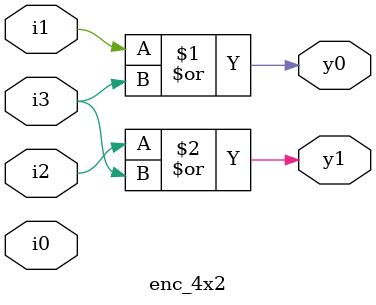
<source format=sv>
module enc_4x2( y0,y1,i0,i1,i2,i3);
  output y0,y1;
  input i0,i1,i2,i3;
  
  or r1(y0,i1,i3);
  or r2(y1,i2,i3);
  
endmodule


  
  



/*module enc_4x2( y0,y1,i0,i1,i2,i3);
  output y0,y1;
  input i0,i1,i2,i3;
  
 // assign y0 = i1 | i3;
  
 // assign y1 = i2 | i3;
  
  assign {y0 ,y1} =  {i1|i3 ,  i2|i3};
  
endmodule */
 
  
</source>
